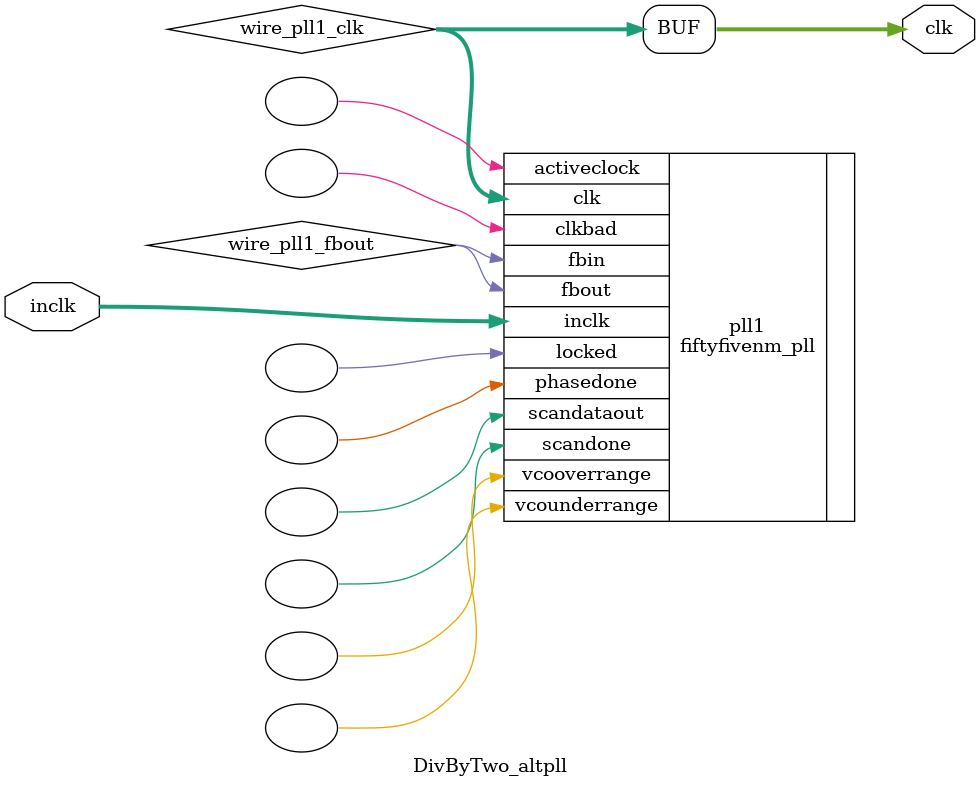
<source format=v>






//synthesis_resources = fiftyfivenm_pll 1 
//synopsys translate_off
`timescale 1 ps / 1 ps
//synopsys translate_on
module  DivByTwo_altpll
	( 
	clk,
	inclk) /* synthesis synthesis_clearbox=1 */;
	output   [4:0]  clk;
	input   [1:0]  inclk;
`ifndef ALTERA_RESERVED_QIS
// synopsys translate_off
`endif
	tri0   [1:0]  inclk;
`ifndef ALTERA_RESERVED_QIS
// synopsys translate_on
`endif

	wire  [4:0]   wire_pll1_clk;
	wire  wire_pll1_fbout;

	fiftyfivenm_pll   pll1
	( 
	.activeclock(),
	.clk(wire_pll1_clk),
	.clkbad(),
	.fbin(wire_pll1_fbout),
	.fbout(wire_pll1_fbout),
	.inclk(inclk),
	.locked(),
	.phasedone(),
	.scandataout(),
	.scandone(),
	.vcooverrange(),
	.vcounderrange()
	`ifndef FORMAL_VERIFICATION
	// synopsys translate_off
	`endif
	,
	.areset(1'b0),
	.clkswitch(1'b0),
	.configupdate(1'b0),
	.pfdena(1'b1),
	.phasecounterselect({3{1'b0}}),
	.phasestep(1'b0),
	.phaseupdown(1'b0),
	.scanclk(1'b0),
	.scanclkena(1'b1),
	.scandata(1'b0)
	`ifndef FORMAL_VERIFICATION
	// synopsys translate_on
	`endif
	);
	defparam
		pll1.bandwidth_type = "auto",
		pll1.clk0_divide_by = 2,
		pll1.clk0_duty_cycle = 50,
		pll1.clk0_multiply_by = 1,
		pll1.clk0_phase_shift = "0",
		pll1.compensate_clock = "clk0",
		pll1.inclk0_input_frequency = 20000,
		pll1.operation_mode = "normal",
		pll1.pll_type = "auto",
		pll1.lpm_type = "fiftyfivenm_pll";
	assign
		clk = {wire_pll1_clk[4:0]};
endmodule //DivByTwo_altpll
//VALID FILE

</source>
